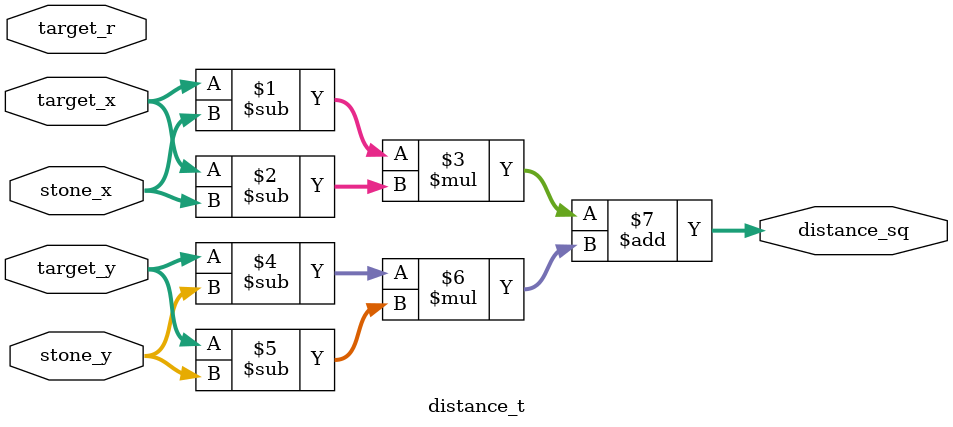
<source format=v>
`timescale 1ns / 1ps

module distance_t(
input signed [10:0] target_x, target_y, target_r, 
input signed [10:0] stone_x, stone_y,
output [21:0] distance_sq
);

assign distance_sq = (((target_x-stone_x)*(target_x-stone_x)) + ((target_y-stone_y)*(target_y-stone_y)));
//assign distance_sq = (distance_t >= target_r * target_r) ? 1000000 : distance_t;

endmodule

</source>
